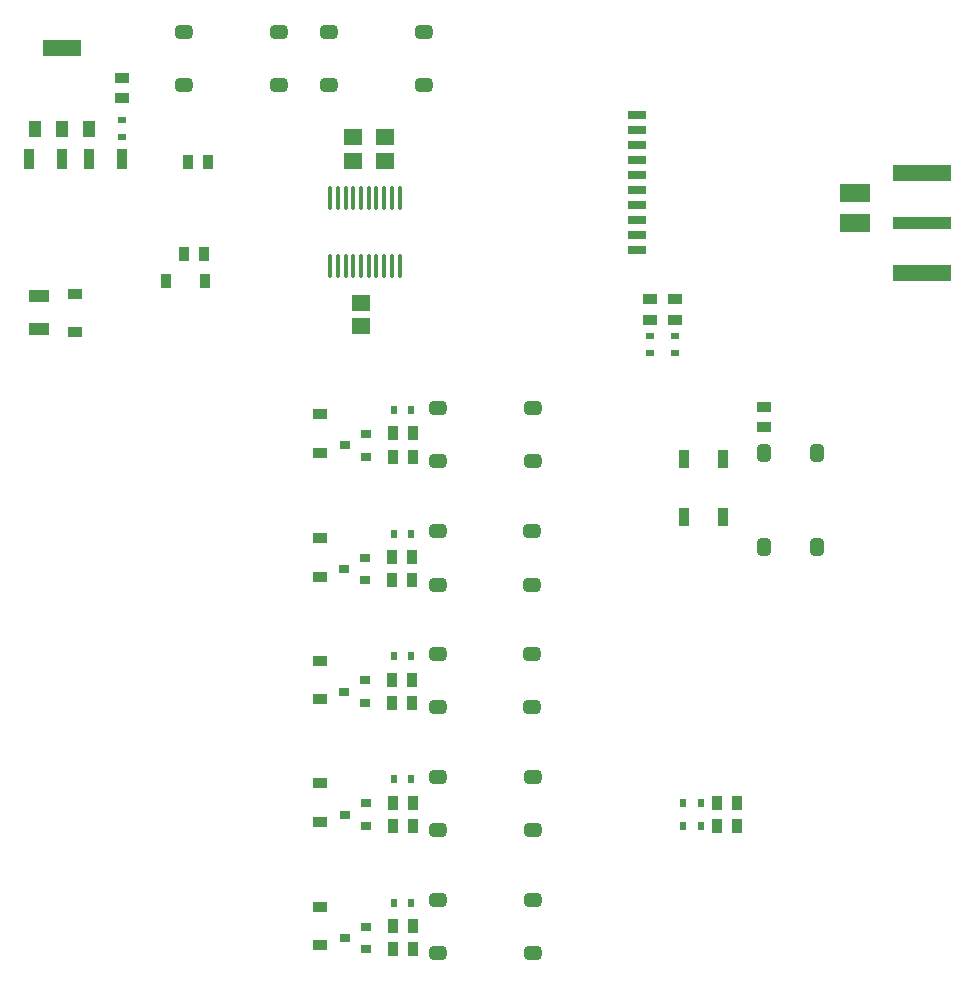
<source format=gtp>
G04*
G04 #@! TF.GenerationSoftware,Altium Limited,Altium Designer,19.0.15 (446)*
G04*
G04 Layer_Color=8421504*
%FSLAX25Y25*%
%MOIN*%
G70*
G01*
G75*
G04:AMPARAMS|DCode=18|XSize=57mil|YSize=45mil|CornerRadius=11.25mil|HoleSize=0mil|Usage=FLASHONLY|Rotation=0.000|XOffset=0mil|YOffset=0mil|HoleType=Round|Shape=RoundedRectangle|*
%AMROUNDEDRECTD18*
21,1,0.05700,0.02250,0,0,0.0*
21,1,0.03450,0.04500,0,0,0.0*
1,1,0.02250,0.01725,-0.01125*
1,1,0.02250,-0.01725,-0.01125*
1,1,0.02250,-0.01725,0.01125*
1,1,0.02250,0.01725,0.01125*
%
%ADD18ROUNDEDRECTD18*%
%ADD19R,0.10000X0.05906*%
%ADD20R,0.06299X0.03150*%
%ADD21R,0.04803X0.03602*%
%ADD22R,0.03347X0.05118*%
%ADD23R,0.03827X0.03158*%
%ADD24R,0.02362X0.03150*%
%ADD25R,0.03543X0.05906*%
%ADD26O,0.01378X0.08268*%
%ADD27R,0.06102X0.05315*%
%ADD28R,0.19685X0.03937*%
%ADD29R,0.19685X0.05512*%
%ADD30R,0.03150X0.02362*%
%ADD31R,0.05118X0.03347*%
G04:AMPARAMS|DCode=32|XSize=57mil|YSize=45mil|CornerRadius=11.25mil|HoleSize=0mil|Usage=FLASHONLY|Rotation=90.000|XOffset=0mil|YOffset=0mil|HoleType=Round|Shape=RoundedRectangle|*
%AMROUNDEDRECTD32*
21,1,0.05700,0.02250,0,0,90.0*
21,1,0.03450,0.04500,0,0,90.0*
1,1,0.02250,0.01125,0.01725*
1,1,0.02250,0.01125,-0.01725*
1,1,0.02250,-0.01125,-0.01725*
1,1,0.02250,-0.01125,0.01725*
%
%ADD32ROUNDEDRECTD32*%
%ADD33R,0.03602X0.04803*%
%ADD34R,0.07087X0.03937*%
%ADD35R,0.03937X0.05512*%
%ADD36R,0.12795X0.05512*%
%ADD37R,0.03740X0.06693*%
D18*
X308902Y322795D02*
D03*
X309055Y199862D02*
D03*
Y241004D02*
D03*
X308902Y281949D02*
D03*
X309055Y364085D02*
D03*
Y346408D02*
D03*
X340591D02*
D03*
Y364085D02*
D03*
X304273Y489173D02*
D03*
X272738D02*
D03*
X304273Y471496D02*
D03*
X272738D02*
D03*
X255906Y489173D02*
D03*
X224370D02*
D03*
X255906Y471496D02*
D03*
X224370D02*
D03*
X309055Y182185D02*
D03*
X340591D02*
D03*
Y199862D02*
D03*
X309055Y223327D02*
D03*
X340591D02*
D03*
Y241004D02*
D03*
X308902Y264272D02*
D03*
X340437D02*
D03*
Y281949D02*
D03*
X308902Y305118D02*
D03*
X340437D02*
D03*
Y322795D02*
D03*
D19*
X447882Y435463D02*
D03*
Y425660D02*
D03*
D20*
X375244Y416565D02*
D03*
Y421565D02*
D03*
Y426565D02*
D03*
Y431565D02*
D03*
Y436565D02*
D03*
Y441565D02*
D03*
Y446565D02*
D03*
Y451565D02*
D03*
Y456565D02*
D03*
Y461565D02*
D03*
D21*
X269685Y349016D02*
D03*
Y361909D02*
D03*
X187992Y389222D02*
D03*
Y402116D02*
D03*
X269685Y184793D02*
D03*
Y197687D02*
D03*
Y225935D02*
D03*
Y238829D02*
D03*
X269531Y266880D02*
D03*
Y279774D02*
D03*
Y307726D02*
D03*
Y320620D02*
D03*
D22*
X293898Y347785D02*
D03*
X300591D02*
D03*
X300590Y355463D02*
D03*
X293898D02*
D03*
X232242Y446024D02*
D03*
X225549D02*
D03*
X224466Y415295D02*
D03*
X231159D02*
D03*
X408858Y232333D02*
D03*
X402165D02*
D03*
X408858Y224459D02*
D03*
X402165D02*
D03*
X300590Y191240D02*
D03*
X293898D02*
D03*
X300590Y232382D02*
D03*
X293898D02*
D03*
X300437Y273327D02*
D03*
X293744D02*
D03*
X300437Y314173D02*
D03*
X293744D02*
D03*
X293898Y183563D02*
D03*
X300591D02*
D03*
X293898Y224705D02*
D03*
X300591D02*
D03*
X293744Y265650D02*
D03*
X300437D02*
D03*
X293744Y306496D02*
D03*
X300437D02*
D03*
D23*
X284980Y355266D02*
D03*
Y347785D02*
D03*
X278012Y351526D02*
D03*
X284980Y191043D02*
D03*
Y183563D02*
D03*
X278012Y187303D02*
D03*
X284980Y232185D02*
D03*
Y224705D02*
D03*
X278012Y228445D02*
D03*
X284827Y273130D02*
D03*
Y265650D02*
D03*
X277858Y269390D02*
D03*
X284827Y313976D02*
D03*
Y306496D02*
D03*
X277858Y310236D02*
D03*
D24*
X300098Y363337D02*
D03*
X294390D02*
D03*
X396555Y232333D02*
D03*
X390846D02*
D03*
X396555Y224459D02*
D03*
X390846D02*
D03*
X300098Y199114D02*
D03*
X294390D02*
D03*
X300098Y240256D02*
D03*
X294390D02*
D03*
X299945Y281201D02*
D03*
X294236D02*
D03*
X299945Y322047D02*
D03*
X294236D02*
D03*
D25*
X390945Y346850D02*
D03*
X403937D02*
D03*
Y327559D02*
D03*
X390945D02*
D03*
D26*
X273171Y411221D02*
D03*
X275730D02*
D03*
X278289D02*
D03*
X280848D02*
D03*
X283407D02*
D03*
X285966D02*
D03*
X288525D02*
D03*
X291084D02*
D03*
X293643D02*
D03*
X296202D02*
D03*
X273171Y434055D02*
D03*
X275730D02*
D03*
X278289D02*
D03*
X280848D02*
D03*
X283407D02*
D03*
X285966D02*
D03*
X288525D02*
D03*
X291084D02*
D03*
X293643D02*
D03*
X296202D02*
D03*
D27*
X291297Y454134D02*
D03*
Y446260D02*
D03*
X280848Y454134D02*
D03*
Y446260D02*
D03*
X283407Y391142D02*
D03*
Y399016D02*
D03*
D28*
X470472Y425660D02*
D03*
D29*
Y442392D02*
D03*
Y408927D02*
D03*
D30*
X203740Y454232D02*
D03*
Y459941D02*
D03*
X387894Y387844D02*
D03*
Y382136D02*
D03*
X379724Y387844D02*
D03*
Y382136D02*
D03*
D31*
X387894Y400148D02*
D03*
Y393455D02*
D03*
X379724Y400148D02*
D03*
Y393455D02*
D03*
X203740Y473819D02*
D03*
Y467126D02*
D03*
X417602Y357529D02*
D03*
Y364222D02*
D03*
D32*
X435280Y317569D02*
D03*
Y349104D02*
D03*
X417602Y317569D02*
D03*
Y349104D02*
D03*
D33*
X231257Y406339D02*
D03*
X218363D02*
D03*
D34*
X176181Y390158D02*
D03*
Y401181D02*
D03*
D35*
X174606Y457087D02*
D03*
X183661D02*
D03*
X192717D02*
D03*
D36*
X183661Y483858D02*
D03*
D37*
X172638Y446850D02*
D03*
X183661D02*
D03*
X203740D02*
D03*
X192717D02*
D03*
M02*

</source>
